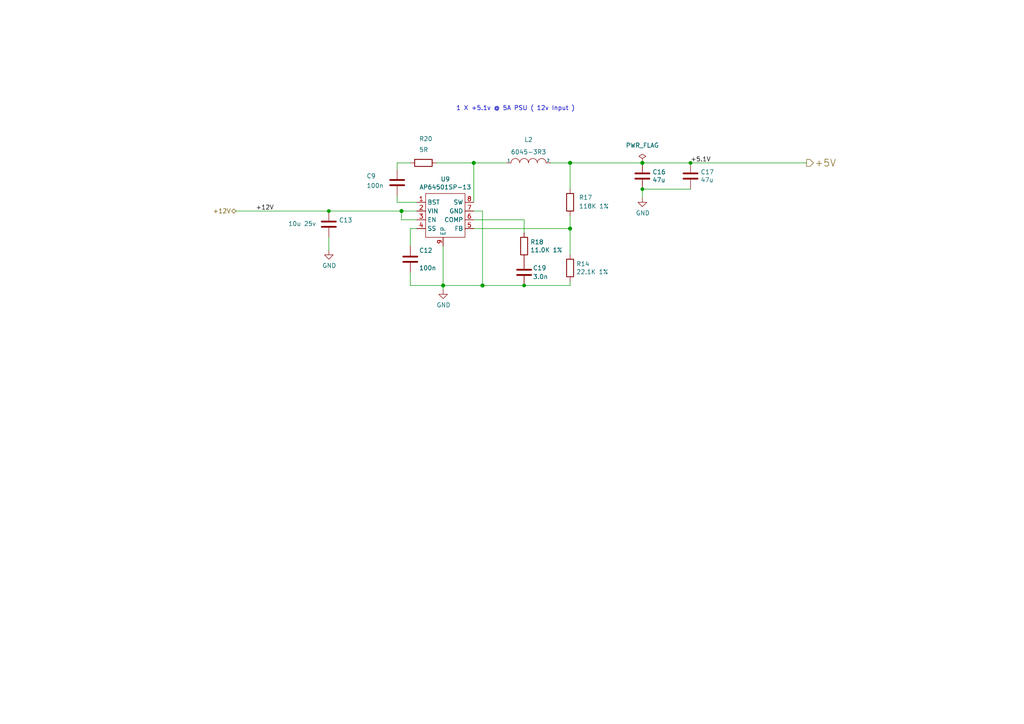
<source format=kicad_sch>
(kicad_sch (version 20230121) (generator eeschema)
  (paper "A4")
  (title_block (title "Penta-Pi") (date "2022-09-05") (rev "2.0") (comment 1 "fjc"))
  (lib_symbols
    (symbol "CM4IO:AP64351"
      (property "Reference" "U" (at 0 8.89 0))
      (property "Value" "AP64351" (at 1.27 6.35 0))
      (symbol "AP64351_0_1"
        (rectangle (start -5.08 5.08) (end 6.35 -7.62))
      )
      (symbol "AP64351_1_1"
        (pin passive line (at -7.62 2.54 0) (length 2.54) (name "BST") (number "1"))
        (pin power_in line (at -7.62 0 0) (length 2.54) (name "VIN") (number "2"))
        (pin input line (at -7.62 -2.54 0) (length 2.54) (name "EN") (number "3"))
        (pin input line (at -7.62 -5.08 0) (length 2.54) (name "SS") (number "4"))
        (pin input line (at 8.89 -5.08 180) (length 2.54) (name "FB") (number "5"))
        (pin input line (at 8.89 -2.54 180) (length 2.54) (name "COMP") (number "6"))
        (pin power_in line (at 8.89 0 180) (length 2.54) (name "GND") (number "7"))
        (pin output line (at 8.89 2.54 180) (length 2.54) (name "SW") (number "8"))
        (pin passive line (at 0 -10.16 90) (length 2.54) (name "EP") (number "9"))
      )
    )
    (symbol "Device:C" (pin_numbers hide) (pin_names (offset 0.254))
      (property "Reference" "C" (at 0.635 2.54 0))
      (property "Value" "C" (at 0.635 -2.54 0))
      (symbol "C_0_1"
        (polyline (pts (xy -2.032 -0.762) (xy 2.032 -0.762)) (stroke (width 0.508)))
        (polyline (pts (xy -2.032 0.762) (xy 2.032 0.762)) (stroke (width 0.508)))
      )
      (symbol "C_1_1"
        (pin passive line (at 0 3.81 270) (length 2.794) (name "~") (number "1"))
        (pin passive line (at 0 -3.81 90) (length 2.794) (name "~") (number "2"))
      )
    )
    (symbol "Device:R" (pin_numbers hide) (pin_names (offset 0))
      (property "Reference" "R" (at 2.032 0 90))
      (property "Value" "R" (at 0 0 90))
      (symbol "R_0_1"
        (rectangle (start -1.016 -2.54) (end 1.016 2.54) (stroke (width 0.254)))
      )
      (symbol "R_1_1"
        (pin passive line (at 0 3.81 270) (length 1.27) (name "~") (number "1"))
        (pin passive line (at 0 -3.81 90) (length 1.27) (name "~") (number "2"))
      )
    )
    (symbol "power:GND" (power) (pin_names (offset 0))
      (property "Value" "GND" (at 0 -3.81 0))
      (symbol "GND_0_1"
        (polyline (pts (xy 0 0) (xy 0 -1.27) (xy 1.27 -1.27) (xy 0 -2.54) (xy -1.27 -1.27) (xy 0 -1.27)))
      )
      (symbol "GND_1_1"
        (pin power_in line (at 0 0 270) (length 0) hide (name "GND") (number "1"))
      )
    )
    (symbol "power:PWR_FLAG" (power) (pin_numbers hide) (pin_names (offset 0) hide)
      (property "Value" "PWR_FLAG" (at 0 3.81 0))
      (symbol "PWR_FLAG_0_0"
        (pin power_out line (at 0 0 90) (length 0) (name "pwr") (number "1"))
      )
      (symbol "PWR_FLAG_0_1"
        (polyline (pts (xy 0 0) (xy 0 1.27) (xy -1.016 1.905) (xy 0 2.54) (xy 1.016 1.905) (xy 0 1.27)))
      )
    )
    (symbol "pspice:INDUCTOR" (pin_numbers hide) (pin_names (offset 0))
      (property "Reference" "L" (at 0 2.54 0))
      (property "Value" "INDUCTOR" (at 0 -1.27 0))
      (symbol "INDUCTOR_0_1"
        (arc (start -2.54 0) (mid -3.81 1.2645) (end -5.08 0))
        (arc (start 0 0) (mid -1.27 1.2645) (end -2.54 0))
        (arc (start 2.54 0) (mid 1.27 1.2645) (end 0 0))
        (arc (start 5.08 0) (mid 3.81 1.2645) (end 2.54 0))
      )
      (symbol "INDUCTOR_1_1"
        (pin input line (at -6.35 0 0) (length 1.27) (name "1") (number "1"))
        (pin input line (at 6.35 0 180) (length 1.27) (name "2") (number "2"))
      )
    )
  )
  (junction (at 128.524 82.804) (diameter 1.016))
  (junction (at 186.309 47.244) (diameter 1.016))
  (junction (at 165.354 66.294) (diameter 1.016))
  (junction (at 186.309 54.864))
  (junction (at 200.279 47.244))
  (junction (at 165.354 47.244) (diameter 1.016))
  (junction (at 139.954 82.804) (diameter 1.016))
  (junction (at 152.019 82.804) (diameter 0.9144))
  (junction (at 116.459 61.214) (diameter 1.016))
  (junction (at 95.377 61.214))
  (junction (at 137.414 47.244) (diameter 1.016))
  (wire (pts (xy 116.459 61.214) (xy 116.459 63.754)))
  (wire (pts (xy 137.414 47.244) (xy 137.414 58.674)))
  (wire (pts (xy 165.354 82.804) (xy 165.354 81.534)))
  (wire (pts (xy 95.377 68.834) (xy 95.377 72.644)))
  (wire (pts (xy 152.019 82.804) (xy 165.354 82.804)))
  (wire (pts (xy 68.453 61.214) (xy 95.377 61.214)))
  (wire (pts (xy 128.524 84.074) (xy 128.524 82.804)))
  (wire (pts (xy 186.309 47.244) (xy 200.279 47.244)))
  (wire (pts (xy 115.189 49.149) (xy 115.189 47.244)))
  (wire (pts (xy 120.904 66.294) (xy 118.999 66.294)))
  (wire (pts (xy 165.354 62.484) (xy 165.354 66.294)))
  (wire (pts (xy 165.354 66.294) (xy 165.354 73.914)))
  (wire (pts (xy 137.414 47.244) (xy 146.939 47.244)))
  (wire (pts (xy 165.354 47.244) (xy 186.309 47.244)))
  (wire (pts (xy 118.999 78.994) (xy 118.999 82.804)))
  (wire (pts (xy 137.414 66.294) (xy 165.354 66.294)))
  (wire (pts (xy 165.354 47.244) (xy 165.354 54.864)))
  (wire (pts (xy 186.309 54.864) (xy 186.309 57.404)))
  (wire (pts (xy 139.954 61.214) (xy 139.954 82.804)))
  (wire (pts (xy 152.019 67.564) (xy 152.019 63.754)))
  (wire (pts (xy 118.999 82.804) (xy 128.524 82.804)))
  (wire (pts (xy 126.619 47.244) (xy 137.414 47.244)))
  (wire (pts (xy 137.414 61.214) (xy 139.954 61.214)))
  (wire (pts (xy 200.279 47.244) (xy 233.934 47.244)))
  (wire (pts (xy 118.999 66.294) (xy 118.999 71.374)))
  (wire (pts (xy 139.954 82.804) (xy 152.019 82.804)))
  (wire (pts (xy 159.639 47.244) (xy 165.354 47.244)))
  (wire (pts (xy 95.377 61.214) (xy 116.459 61.214)))
  (wire (pts (xy 137.414 63.754) (xy 152.019 63.754)))
  (wire (pts (xy 200.279 54.864) (xy 186.309 54.864)))
  (wire (pts (xy 128.524 82.804) (xy 139.954 82.804)))
  (wire (pts (xy 116.459 61.214) (xy 120.904 61.214)))
  (wire (pts (xy 116.459 63.754) (xy 120.904 63.754)))
  (wire (pts (xy 128.524 71.374) (xy 128.524 82.804)))
  (wire (pts (xy 115.189 58.674) (xy 120.904 58.674)))
  (wire (pts (xy 115.189 56.769) (xy 115.189 58.674)))
  (wire (pts (xy 115.189 47.244) (xy 118.999 47.244)))
  (text " 1 X +5.1v @ 5A PSU ( 12v Input )" (at 131.318 32.258 0) (effects (font (size 1.27 1.27)) (justify left bottom)))
  (label "+5.1V" (at 200.279 47.244 0))
  (label "+12V" (at 74.168 61.214 0))
  (hierarchical_label "+5V" (shape output) (at 233.934 47.244 0) (effects (font (size 2.007 2.007))))
  (hierarchical_label "+12V" (shape bidirectional) (at 68.453 61.214 180))
  (symbol (lib_id "Device:C") (at 118.999 75.184 0) (unit 1)
    (property "Reference" "C12" (at 121.539 72.644 0) (effects (justify left)))
    (property "Value" "100n" (at 121.539 77.724 0) (effects (justify left)))
    (property "Footprint" "Capacitor_SMD:C_0603_1608Metric" (effects hide))
    (property "Datasheet" "https://search.murata.co.jp/Ceramy/image/img/A01X/G101/ENG/GRM21BR71A106KA73-01.pdf" (effects hide))
    (property "LCSC Part Number" "C14663" (effects hide))
    (instances (project "Hepta-Pi_1.1" (path "" (reference "C12") (unit 1)) (path "" (reference "C10") (unit 1)) (path "" (reference "C140") (unit 1))))
  )
  (symbol (lib_id "pspice:INDUCTOR") (at 153.289 47.244 0) (unit 1)
    (property "Reference" "L2" (at 153.289 40.513 0))
    (property "Value" "6045-3R3" (at 153.289 44.0944 0))
    (property "Footprint" "Inductor_SMD:L_Bourns_SRN6045TA" (effects hide))
    (property "Datasheet" "https://jlcpcb.com/partdetail/146612-SMNR60453R3MT/C135301" (effects hide))
    (property "Part Description" "3.3uH ±20% 5.5AMP SMD,6x6x4.5mm Power Inductors" (effects hide))
    (property "LCSC Part Number" "C135301" (effects hide))
    (instances (project "Hepta-Pi_1.1" (path "" (reference "L2") (unit 1)) (path "" (reference "L1") (unit 1)) (path "" (reference "L5") (unit 1))))
  )
  (symbol (lib_id "power:GND") (at 128.524 84.074 0) (unit 1)
    (property "Reference" "#PWR042" (effects hide))
    (property "Value" "~" (at 128.651 88.4682 0))
    (instances (project "Hepta-Pi_1.1" (path "" (reference "#PWR042") (unit 1)) (path "" (reference "#PWR045") (unit 1)) (path "" (reference "#PWR051") (unit 1))))
  )
  (symbol (lib_id "power:GND") (at 95.377 72.644 0) (unit 1)
    (property "Reference" "#PWR041" (effects hide))
    (property "Value" "~" (at 95.504 77.0382 0))
    (instances (project "Hepta-Pi_1.1" (path "" (reference "#PWR041") (unit 1)) (path "" (reference "#PWR044") (unit 1)) (path "" (reference "#PWR050") (unit 1))))
  )
  (symbol (lib_id "Device:C") (at 200.279 51.054 0) (unit 1)
    (property "Reference" "C17" (at 203.2 49.8856 0) (effects (justify left)))
    (property "Value" "47u" (at 203.2 52.197 0) (effects (justify left)))
    (property "Footprint" "Capacitor_SMD:C_1206_3216Metric" (effects hide))
    (property "Datasheet" "http://www.samsungsem.com/kr/support/product-search/mlcc/CL21B106KPQNNNE.jsp" (effects hide))
    (property "LCSC Part Number" "C96123" (effects hide))
    (instances (project "Hepta-Pi_1.1" (path "" (reference "C17") (unit 1)) (path "" (reference "C15") (unit 1)) (path "" (reference "C135") (unit 1))))
  )
  (symbol (lib_id "Device:C") (at 95.377 65.024 0) (unit 1)
    (property "Reference" "C13" (at 98.298 63.8556 0) (effects (justify left)))
    (property "Value" "10u 25v" (at 83.566 64.897 0) (effects (justify left)))
    (property "Footprint" "Capacitor_SMD:C_0805_2012Metric" (effects hide))
    (property "Datasheet" "https://media.digikey.com/pdf/Data%20Sheets/Samsung%20PDFs/CL_Series_MLCC_ds.pdf" (effects hide))
    (property "LCSC Part Number" "C440198" (effects hide))
    (instances (project "Hepta-Pi_1.1" (path "" (reference "C13") (unit 1)) (path "" (reference "C11") (unit 1)) (path "" (reference "C136") (unit 1))))
  )
  (symbol (lib_id "Device:R") (at 122.809 47.244 270) (unit 1)
    (property "Reference" "R20" (at 121.539 40.259 90) (effects (justify left)))
    (property "Value" "5R" (at 121.539 43.434 90) (effects (justify left)))
    (property "Footprint" "Resistor_SMD:R_0603_1608Metric" (effects hide))
    (property "LCSC Part Number" "C25197" (effects hide))
    (instances (project "Hepta-Pi_1.1" (path "" (reference "R20") (unit 1)) (path "" (reference "R19") (unit 1)) (path "" (reference "R100") (unit 1))))
  )
  (symbol (lib_id "power:PWR_FLAG") (at 186.309 47.244 0) (unit 1)
    (property "Reference" "#FLG0103" (effects hide))
    (property "Value" "PWR_FLAG" (at 186.309 42.164 0))
    (instances (project "Hepta-Pi_1.1" (path "" (reference "#FLG0103") (unit 1)) (path "" (reference "#FLG0104") (unit 1)) (path "" (reference "#FLG0108") (unit 1))))
  )
  (symbol (lib_id "Device:R") (at 152.019 71.374 0) (unit 1)
    (property "Reference" "R18" (at 153.797 70.2056 0) (effects (justify left)))
    (property "Value" "11.0K 1%" (at 153.797 72.517 0) (effects (justify left)))
    (property "Footprint" "Resistor_SMD:R_0603_1608Metric" (effects hide))
    (property "LCSC Part Number" "C25950" (effects hide))
    (instances (project "Hepta-Pi_1.1" (path "" (reference "R18") (unit 1)) (path "" (reference "R16") (unit 1)) (path "" (reference "R99") (unit 1))))
  )
  (symbol (lib_id "Device:C") (at 152.019 78.994 0) (unit 1)
    (property "Reference" "C19" (at 154.559 77.724 0) (effects (justify left)))
    (property "Value" "3.0n" (at 154.559 80.264 0) (effects (justify left)))
    (property "Footprint" "Capacitor_SMD:C_0603_1608Metric" (effects hide))
    (property "Datasheet" "http://datasheets.avx.com/X7RDielectric.pdf" (effects hide))
    (property "LCSC Part Number" "C1613" (effects hide))
    (instances (project "Hepta-Pi_1.1" (path "" (reference "C19") (unit 1)) (path "" (reference "C18") (unit 1)) (path "" (reference "C138") (unit 1))))
  )
  (symbol (lib_id "CM4IO:AP64351") (at 128.524 61.214 0) (unit 1)
    (property "Reference" "U9" (at 129.159 51.9684 0))
    (property "Value" "AP64501SP-13" (at 129.159 54.2798 0))
    (property "Footprint" "Package_SO:SOIC-8-1EP_3.9x4.9mm_P1.27mm_EP2.95x4.9mm_Mask2.71x3.4mm" (effects hide))
    (property "Datasheet" "https://4donline.ihs.com/images/VipMasterIC/IC/DIOD/DIOD-S-A0009073044/DIOD-S-A0009073044-1.pdf?hkey=6D3A4C79FDBF58556ACFDE234799DDF0" (effects hide))
    (property "LCSC Part Number" "C2071517" (effects hide))
    (instances (project "Hepta-Pi_1.1" (path "" (reference "U9") (unit 1)) (path "" (reference "U8") (unit 1)) (path "" (reference "U33") (unit 1))))
  )
  (symbol (lib_id "Device:C") (at 186.309 51.054 0) (unit 1)
    (property "Reference" "C16" (at 189.23 49.8856 0) (effects (justify left)))
    (property "Value" "47u" (at 189.23 52.197 0) (effects (justify left)))
    (property "Footprint" "Capacitor_SMD:C_1206_3216Metric" (effects hide))
    (property "Datasheet" "http://www.samsungsem.com/kr/support/product-search/mlcc/CL21B106KPQNNNE.jsp" (effects hide))
    (property "LCSC Part Number" "C96123" (effects hide))
    (instances (project "Hepta-Pi_1.1" (path "" (reference "C16") (unit 1)) (path "" (reference "C14") (unit 1)) (path "" (reference "C137") (unit 1))))
  )
  (symbol (lib_id "Device:R") (at 165.354 58.674 0) (unit 1)
    (property "Reference" "R17" (at 167.894 57.277 0) (effects (justify left)))
    (property "Value" "118K 1%" (at 167.894 59.817 0) (effects (justify left)))
    (property "Footprint" "Resistor_SMD:R_0603_1608Metric" (effects hide))
    (property "LCSC Part Number" " C25806" (effects hide))
    (instances (project "Hepta-Pi_1.1" (path "" (reference "R17") (unit 1)) (path "" (reference "R15") (unit 1)) (path "" (reference "R102") (unit 1))))
  )
  (symbol (lib_id "Device:R") (at 165.354 77.724 0) (unit 1)
    (property "Reference" "R14" (at 167.132 76.5556 0) (effects (justify left)))
    (property "Value" "22.1K 1%" (at 167.132 78.867 0) (effects (justify left)))
    (property "Footprint" "Resistor_SMD:R_0603_1608Metric" (effects hide))
    (property "LCSC Part Number" "C25961" (effects hide))
    (instances (project "Hepta-Pi_1.1" (path "" (reference "R14") (unit 1)) (path "" (reference "R13") (unit 1)) (path "" (reference "R101") (unit 1))))
  )
  (symbol (lib_id "power:GND") (at 186.309 57.404 0) (unit 1)
    (property "Reference" "#PWR043" (effects hide))
    (property "Value" "~" (at 186.436 61.7982 0))
    (instances (project "Hepta-Pi_1.1" (path "" (reference "#PWR043") (unit 1)) (path "" (reference "#PWR046") (unit 1)) (path "" (reference "#PWR053") (unit 1))))
  )
  (symbol (lib_id "Device:C") (at 115.189 52.959 0) (unit 1)
    (property "Reference" "C9" (at 106.299 51.054 0) (effects (justify left)))
    (property "Value" "100n" (at 106.299 53.848 0) (effects (justify left)))
    (property "Footprint" "Capacitor_SMD:C_0603_1608Metric" (effects hide))
    (property "Datasheet" "https://search.murata.co.jp/Ceramy/image/img/A01X/G101/ENG/GRM21BR71A106KA73-01.pdf" (effects hide))
    (property "LCSC Part Number" "C14663" (effects hide))
    (instances (project "Hepta-Pi_1.1" (path "" (reference "C9") (unit 1)) (path "" (reference "C8") (unit 1)) (path "" (reference "C139") (unit 1))))
  )
)
</source>
